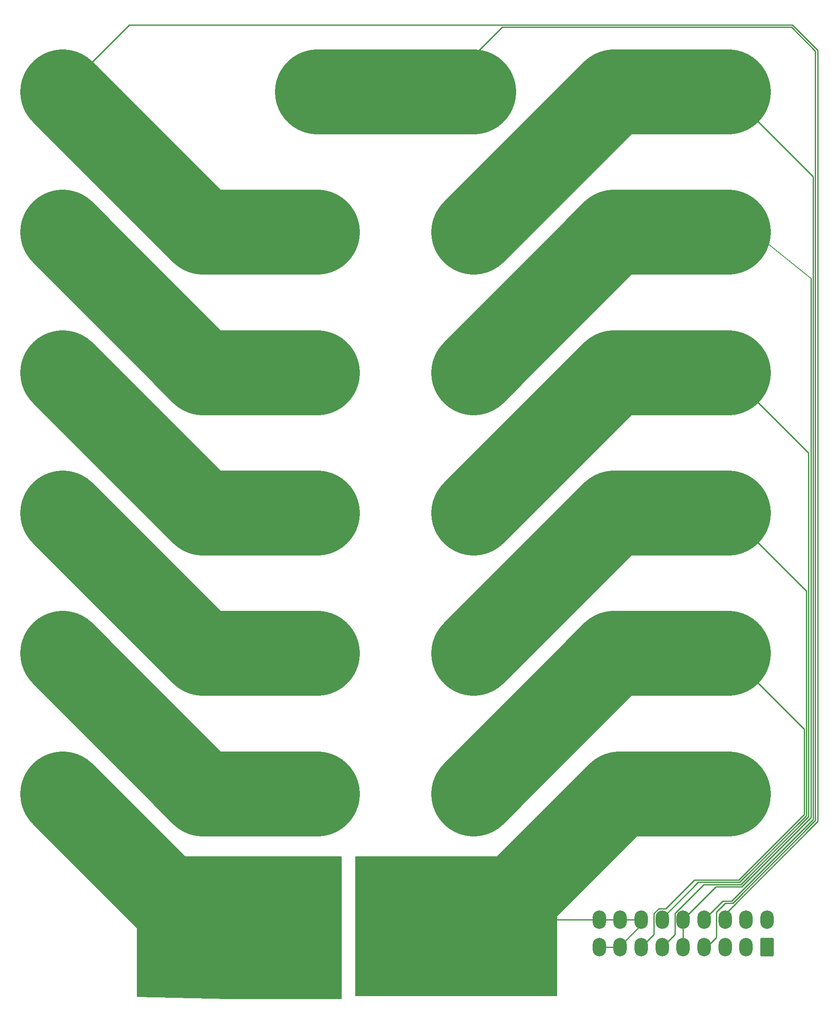
<source format=gtl>
G04 #@! TF.GenerationSoftware,KiCad,Pcbnew,8.0.5*
G04 #@! TF.CreationDate,2025-12-20T20:43:01-08:00*
G04 #@! TF.ProjectId,URBAN_CELL_BOARD,55524241-4e5f-4434-954c-4c5f424f4152,rev?*
G04 #@! TF.SameCoordinates,Original*
G04 #@! TF.FileFunction,Copper,L1,Top*
G04 #@! TF.FilePolarity,Positive*
%FSLAX46Y46*%
G04 Gerber Fmt 4.6, Leading zero omitted, Abs format (unit mm)*
G04 Created by KiCad (PCBNEW 8.0.5) date 2025-12-20 20:43:01*
%MOMM*%
%LPD*%
G01*
G04 APERTURE LIST*
G04 Aperture macros list*
%AMRoundRect*
0 Rectangle with rounded corners*
0 $1 Rounding radius*
0 $2 $3 $4 $5 $6 $7 $8 $9 X,Y pos of 4 corners*
0 Add a 4 corners polygon primitive as box body*
4,1,4,$2,$3,$4,$5,$6,$7,$8,$9,$2,$3,0*
0 Add four circle primitives for the rounded corners*
1,1,$1+$1,$2,$3*
1,1,$1+$1,$4,$5*
1,1,$1+$1,$6,$7*
1,1,$1+$1,$8,$9*
0 Add four rect primitives between the rounded corners*
20,1,$1+$1,$2,$3,$4,$5,0*
20,1,$1+$1,$4,$5,$6,$7,0*
20,1,$1+$1,$6,$7,$8,$9,0*
20,1,$1+$1,$8,$9,$2,$3,0*%
G04 Aperture macros list end*
G04 #@! TA.AperFunction,Conductor*
%ADD10C,0.200000*%
G04 #@! TD*
G04 #@! TA.AperFunction,ComponentPad*
%ADD11C,9.000000*%
G04 #@! TD*
G04 #@! TA.AperFunction,ComponentPad*
%ADD12C,1.950000*%
G04 #@! TD*
G04 #@! TA.AperFunction,ComponentPad*
%ADD13RoundRect,0.250001X1.099999X1.599999X-1.099999X1.599999X-1.099999X-1.599999X1.099999X-1.599999X0*%
G04 #@! TD*
G04 #@! TA.AperFunction,ComponentPad*
%ADD14O,2.700000X3.700000*%
G04 #@! TD*
G04 #@! TA.AperFunction,ComponentPad*
%ADD15C,1.200000*%
G04 #@! TD*
G04 #@! TA.AperFunction,SMDPad,CuDef*
%ADD16R,10.000000X10.000000*%
G04 #@! TD*
G04 #@! TA.AperFunction,Conductor*
%ADD17C,17.000000*%
G04 #@! TD*
G04 #@! TA.AperFunction,Conductor*
%ADD18C,0.250000*%
G04 #@! TD*
G04 #@! TA.AperFunction,Conductor*
%ADD19C,3.000000*%
G04 #@! TD*
G04 APERTURE END LIST*
D10*
G04 #@! TO.N,cell8+*
X247570000Y-137160000D02*
X228600000Y-121920000D01*
G04 #@! TD*
D11*
G04 #@! TO.P,BT6,1,+*
G04 #@! TO.N,cell6+*
X148629000Y-99751000D03*
G04 #@! TO.P,BT6,2,-*
G04 #@! TO.N,cell5+*
X97529000Y-99751000D03*
G04 #@! TD*
G04 #@! TO.P,BT7,1,+*
G04 #@! TO.N,cell7+*
X231029000Y-99751000D03*
G04 #@! TO.P,BT7,2,-*
G04 #@! TO.N,cell6+*
X179929000Y-99751000D03*
G04 #@! TD*
D12*
G04 #@! TO.P,J4,1,Pin_1*
G04 #@! TO.N,GND*
X119945000Y-267787500D03*
X119945000Y-275987500D03*
G04 #@! TD*
D11*
G04 #@! TO.P,BT5,1,+*
G04 #@! TO.N,cell5+*
X148629000Y-127885000D03*
G04 #@! TO.P,BT5,2,-*
G04 #@! TO.N,cell4+*
X97529000Y-127885000D03*
G04 #@! TD*
G04 #@! TO.P,BT9,1,+*
G04 #@! TO.N,cell9+*
X231029000Y-156019000D03*
G04 #@! TO.P,BT9,2,-*
G04 #@! TO.N,cell8+*
X179929000Y-156019000D03*
G04 #@! TD*
D12*
G04 #@! TO.P,J5,1,Pin_1*
G04 #@! TO.N,+48V*
X189675000Y-267875000D03*
X189675000Y-276075000D03*
G04 #@! TD*
D13*
G04 #@! TO.P,J1,1,Pin_1*
G04 #@! TO.N,GND*
X238760000Y-271145000D03*
D14*
G04 #@! TO.P,J1,2,Pin_2*
G04 #@! TO.N,cell2+*
X234560000Y-271145000D03*
G04 #@! TO.P,J1,3,Pin_3*
G04 #@! TO.N,cell4+*
X230360000Y-271145000D03*
G04 #@! TO.P,J1,4,Pin_4*
G04 #@! TO.N,cell6+*
X226160000Y-271145000D03*
G04 #@! TO.P,J1,5,Pin_5*
G04 #@! TO.N,cell8+*
X221960000Y-271145000D03*
G04 #@! TO.P,J1,6,Pin_6*
G04 #@! TO.N,cell9+*
X217760000Y-271145000D03*
G04 #@! TO.P,J1,7,Pin_7*
G04 #@! TO.N,cell11+*
X213560000Y-271145000D03*
G04 #@! TO.P,J1,8,Pin_8*
G04 #@! TO.N,+48V*
X209360000Y-271145000D03*
G04 #@! TO.P,J1,9,Pin_9*
X205160000Y-271145000D03*
G04 #@! TO.P,J1,10,Pin_10*
G04 #@! TO.N,cell1+*
X238760000Y-265645000D03*
G04 #@! TO.P,J1,11,Pin_11*
G04 #@! TO.N,cell3+*
X234560000Y-265645000D03*
G04 #@! TO.P,J1,12,Pin_12*
G04 #@! TO.N,cell5+*
X230360000Y-265645000D03*
G04 #@! TO.P,J1,13,Pin_13*
G04 #@! TO.N,cell7+*
X226160000Y-265645000D03*
G04 #@! TO.P,J1,14,Pin_14*
G04 #@! TO.N,cell8+*
X221960000Y-265645000D03*
G04 #@! TO.P,J1,15,Pin_15*
G04 #@! TO.N,cell10+*
X217760000Y-265645000D03*
G04 #@! TO.P,J1,16,Pin_16*
G04 #@! TO.N,+48V*
X213560000Y-265645000D03*
G04 #@! TO.P,J1,17,Pin_17*
X209360000Y-265645000D03*
G04 #@! TO.P,J1,18,Pin_18*
X205160000Y-265645000D03*
G04 #@! TD*
D11*
G04 #@! TO.P,BT3,1,+*
G04 #@! TO.N,cell3+*
X148629000Y-184153000D03*
G04 #@! TO.P,BT3,2,-*
G04 #@! TO.N,cell2+*
X97529000Y-184153000D03*
G04 #@! TD*
G04 #@! TO.P,BT10,1,+*
G04 #@! TO.N,cell10+*
X231029000Y-184153000D03*
G04 #@! TO.P,BT10,2,-*
G04 #@! TO.N,cell9+*
X179929000Y-184153000D03*
G04 #@! TD*
G04 #@! TO.P,BT4,1,+*
G04 #@! TO.N,cell4+*
X148629000Y-156019000D03*
G04 #@! TO.P,BT4,2,-*
G04 #@! TO.N,cell3+*
X97529000Y-156019000D03*
G04 #@! TD*
G04 #@! TO.P,BT11,1,+*
G04 #@! TO.N,cell11+*
X231029000Y-212287000D03*
G04 #@! TO.P,BT11,2,-*
G04 #@! TO.N,cell10+*
X179929000Y-212287000D03*
G04 #@! TD*
D15*
G04 #@! TO.P,J2,1,Pin_1*
G04 #@! TO.N,GND*
X131710000Y-268150000D03*
X131710000Y-270150000D03*
X131710000Y-272150000D03*
X131710000Y-274150000D03*
X131710000Y-276150000D03*
X133710000Y-268150000D03*
X133710000Y-276150000D03*
D16*
X135710000Y-272150000D03*
D15*
X135710001Y-268150000D03*
X135710001Y-276150000D03*
X137710000Y-268150000D03*
X137710000Y-276150000D03*
X139710000Y-268150000D03*
X139710000Y-270150000D03*
X139710000Y-272150000D03*
X139710000Y-274150000D03*
X139710000Y-276150000D03*
G04 #@! TD*
D11*
G04 #@! TO.P,BT1,1,+*
G04 #@! TO.N,cell1+*
X148629000Y-240421000D03*
G04 #@! TO.P,BT1,2,-*
G04 #@! TO.N,GND*
X97529000Y-240421000D03*
G04 #@! TD*
D15*
G04 #@! TO.P,J3,1,Pin_1*
G04 #@! TO.N,+48V*
X170720000Y-268080000D03*
X170720000Y-270080000D03*
X170720000Y-272080000D03*
X170720000Y-274080000D03*
X170720000Y-276080000D03*
X172720000Y-268080000D03*
X172720000Y-276080000D03*
D16*
X174720000Y-272080000D03*
D15*
X174720001Y-268080000D03*
X174720001Y-276080000D03*
X176720000Y-268080000D03*
X176720000Y-276080000D03*
X178720000Y-268080000D03*
X178720000Y-270080000D03*
X178720000Y-272080000D03*
X178720000Y-274080000D03*
X178720000Y-276080000D03*
G04 #@! TD*
D11*
G04 #@! TO.P,BT12,1,+*
G04 #@! TO.N,+48V*
X231029000Y-240421000D03*
G04 #@! TO.P,BT12,2,-*
G04 #@! TO.N,cell11+*
X179929000Y-240421000D03*
G04 #@! TD*
G04 #@! TO.P,BT2,1,+*
G04 #@! TO.N,cell2+*
X148629000Y-212287000D03*
G04 #@! TO.P,BT2,2,-*
G04 #@! TO.N,cell1+*
X97529000Y-212287000D03*
G04 #@! TD*
G04 #@! TO.P,BT8,1,+*
G04 #@! TO.N,cell8+*
X231029000Y-127885000D03*
G04 #@! TO.P,BT8,2,-*
G04 #@! TO.N,cell7+*
X179929000Y-127885000D03*
G04 #@! TD*
D17*
G04 #@! TO.N,cell1+*
X148629000Y-240421000D02*
X125663000Y-240421000D01*
X125663000Y-240421000D02*
X97529000Y-212287000D01*
G04 #@! TO.N,GND*
X135090000Y-272250000D02*
X142250000Y-272250000D01*
D18*
X129108000Y-272000000D02*
X132585000Y-272000000D01*
D17*
X97529000Y-240421000D02*
X129108000Y-272000000D01*
G04 #@! TO.N,cell2+*
X125663000Y-212287000D02*
X148629000Y-212287000D01*
X97529000Y-184153000D02*
X125663000Y-212287000D01*
D18*
G04 #@! TO.N,cell5+*
X230360000Y-265645000D02*
X230360000Y-264545000D01*
X230360000Y-264545000D02*
X248920000Y-245985000D01*
X243840000Y-86360000D02*
X110920000Y-86360000D01*
X248920000Y-245985000D02*
X248920000Y-91440000D01*
X110920000Y-86360000D02*
X97529000Y-99751000D01*
X248920000Y-91440000D02*
X243840000Y-86360000D01*
D17*
X97529000Y-99751000D02*
X125663000Y-127885000D01*
X148629000Y-127885000D02*
X125663000Y-127885000D01*
G04 #@! TO.N,cell4+*
X97529000Y-127885000D02*
X125663000Y-156019000D01*
X125663000Y-156019000D02*
X148629000Y-156019000D01*
D18*
G04 #@! TO.N,cell3+*
X233260000Y-265645000D02*
X234315000Y-265645000D01*
D17*
X97529000Y-156019000D02*
X125663000Y-184153000D01*
X125663000Y-184153000D02*
X148629000Y-184153000D01*
D18*
G04 #@! TO.N,cell6+*
X248470000Y-91626396D02*
X248470000Y-245798604D01*
X226695000Y-271145000D02*
X226160000Y-271145000D01*
X185661000Y-86810000D02*
X243653604Y-86810000D01*
X243653604Y-86810000D02*
X248470000Y-91626396D01*
X231894302Y-262374302D02*
X230385698Y-262374302D01*
X172720000Y-99751000D02*
X185661000Y-86810000D01*
X230385698Y-262374302D02*
X228600000Y-264160000D01*
D17*
X148629000Y-99751000D02*
X179929000Y-99751000D01*
D18*
X228600000Y-269240000D02*
X226695000Y-271145000D01*
X228600000Y-264160000D02*
X228600000Y-269240000D01*
X248470000Y-245798604D02*
X231894302Y-262374302D01*
G04 #@! TO.N,+48V*
X204915000Y-271145000D02*
X204915000Y-269845000D01*
X191795000Y-265645000D02*
X188000000Y-269440000D01*
X205160000Y-271145000D02*
X209360000Y-271145000D01*
X200715000Y-265645000D02*
X209115000Y-265645000D01*
X213560000Y-266700000D02*
X213560000Y-265645000D01*
X200715000Y-265645000D02*
X191795000Y-265645000D01*
X209360000Y-265645000D02*
X213560000Y-265645000D01*
D19*
X173397500Y-272270000D02*
X171450000Y-274217500D01*
D17*
X209159000Y-240421000D02*
X231029000Y-240421000D01*
D18*
X213315000Y-265645000D02*
X213880724Y-265645000D01*
D17*
X177580000Y-272000000D02*
X209159000Y-240421000D01*
D18*
X209115000Y-271145000D02*
X213560000Y-266700000D01*
D19*
X177310000Y-272270000D02*
X173397500Y-272270000D01*
D17*
X177830000Y-271750000D02*
X166000000Y-271750000D01*
D18*
G04 #@! TO.N,cell11+*
X216085000Y-264451192D02*
X217066192Y-263470000D01*
X233120812Y-257730000D02*
X246220000Y-244630812D01*
X213560000Y-271145000D02*
X216085000Y-268620000D01*
X246220000Y-227478000D02*
X231029000Y-212287000D01*
X217066192Y-263470000D02*
X218453808Y-263470000D01*
D17*
X208063000Y-212287000D02*
X179929000Y-240421000D01*
X231029000Y-212287000D02*
X208063000Y-212287000D01*
D18*
X224193808Y-257730000D02*
X233120812Y-257730000D01*
X216085000Y-268620000D02*
X216085000Y-264451192D01*
X218453808Y-263470000D02*
X224193808Y-257730000D01*
X246220000Y-244630812D02*
X246220000Y-227478000D01*
D17*
G04 #@! TO.N,cell7+*
X208063000Y-99751000D02*
X179929000Y-127885000D01*
D18*
X248020000Y-116742000D02*
X231029000Y-99751000D01*
D17*
X231029000Y-99751000D02*
X208063000Y-99751000D01*
D18*
X231707906Y-261924302D02*
X248020000Y-245612208D01*
X229880698Y-261924302D02*
X231707906Y-261924302D01*
X248020000Y-245612208D02*
X248020000Y-116742000D01*
X226160000Y-265645000D02*
X229880698Y-261924302D01*
G04 #@! TO.N,cell8+*
X233680000Y-259080000D02*
X228525000Y-259080000D01*
X221715000Y-264242208D02*
X221715000Y-265645000D01*
X228525000Y-259080000D02*
X221960000Y-265645000D01*
X247570000Y-245190000D02*
X247570000Y-137160000D01*
D17*
X208063000Y-127885000D02*
X179929000Y-156019000D01*
X231029000Y-127885000D02*
X208063000Y-127885000D01*
D18*
X221960000Y-265645000D02*
X221960000Y-271145000D01*
X233680000Y-259080000D02*
X247570000Y-245190000D01*
G04 #@! TO.N,cell9+*
X247120000Y-172110000D02*
X231029000Y-156019000D01*
X217760000Y-271145000D02*
X220285000Y-268620000D01*
D17*
X231029000Y-156019000D02*
X208063000Y-156019000D01*
D18*
X220285000Y-268620000D02*
X220285000Y-264451192D01*
D17*
X208063000Y-156019000D02*
X179929000Y-184153000D01*
D18*
X220285000Y-264451192D02*
X226106192Y-258630000D01*
X233493604Y-258630000D02*
X247120000Y-245003604D01*
X226106192Y-258630000D02*
X233493604Y-258630000D01*
X247120000Y-245003604D02*
X247120000Y-172110000D01*
G04 #@! TO.N,cell10+*
X217515000Y-265645000D02*
X224980000Y-258180000D01*
D17*
X208063000Y-184153000D02*
X179929000Y-212287000D01*
D18*
X246670000Y-244817208D02*
X246670000Y-199794000D01*
X233307208Y-258180000D02*
X246670000Y-244817208D01*
X246670000Y-199794000D02*
X231029000Y-184153000D01*
D17*
X231029000Y-184153000D02*
X208063000Y-184153000D01*
D18*
X224980000Y-258180000D02*
X233307208Y-258180000D01*
G04 #@! TD*
G04 #@! TA.AperFunction,Conductor*
G04 #@! TO.N,+48V*
G36*
X196612121Y-253020002D02*
G01*
X196658614Y-253073658D01*
X196670000Y-253126000D01*
X196670000Y-280909000D01*
X196649998Y-280977121D01*
X196596342Y-281023614D01*
X196544000Y-281035000D01*
X156376000Y-281035000D01*
X156307879Y-281014998D01*
X156261386Y-280961342D01*
X156250000Y-280909000D01*
X156250000Y-271911494D01*
X171719500Y-271911494D01*
X171719500Y-272248505D01*
X171757233Y-272583398D01*
X171801590Y-272777737D01*
X171832224Y-272911954D01*
X171832226Y-272911960D01*
X171832225Y-272911960D01*
X171943524Y-273230033D01*
X171943535Y-273230060D01*
X172089751Y-273533681D01*
X172089756Y-273533690D01*
X172269051Y-273819036D01*
X172479177Y-274082526D01*
X172717473Y-274320822D01*
X172980963Y-274530948D01*
X173266309Y-274710243D01*
X173266314Y-274710246D01*
X173569949Y-274856469D01*
X173569965Y-274856474D01*
X173569966Y-274856475D01*
X173888039Y-274967774D01*
X173888042Y-274967774D01*
X173888046Y-274967776D01*
X174131239Y-275023282D01*
X174216601Y-275042766D01*
X174216602Y-275042766D01*
X174216606Y-275042767D01*
X174437492Y-275067654D01*
X174551494Y-275080500D01*
X174551496Y-275080500D01*
X174888506Y-275080500D01*
X174985925Y-275069523D01*
X175223394Y-275042767D01*
X175551954Y-274967776D01*
X175870051Y-274856469D01*
X176173686Y-274710246D01*
X176459039Y-274530946D01*
X176722523Y-274320825D01*
X176960825Y-274082523D01*
X177170946Y-273819039D01*
X177350246Y-273533686D01*
X177496469Y-273230051D01*
X177607776Y-272911954D01*
X177682767Y-272583394D01*
X177720500Y-272248504D01*
X177720500Y-271911496D01*
X177682767Y-271576606D01*
X177607776Y-271248046D01*
X177496469Y-270929949D01*
X177350246Y-270626314D01*
X177350243Y-270626309D01*
X177170948Y-270340963D01*
X176960822Y-270077473D01*
X176722526Y-269839177D01*
X176459036Y-269629051D01*
X176173690Y-269449756D01*
X176173681Y-269449751D01*
X175870060Y-269303535D01*
X175870055Y-269303533D01*
X175870051Y-269303531D01*
X175870045Y-269303528D01*
X175870033Y-269303524D01*
X175551960Y-269192225D01*
X175223398Y-269117233D01*
X174888506Y-269079500D01*
X174888504Y-269079500D01*
X174551496Y-269079500D01*
X174551494Y-269079500D01*
X174216601Y-269117233D01*
X173888039Y-269192225D01*
X173569966Y-269303524D01*
X173569939Y-269303535D01*
X173266318Y-269449751D01*
X173266309Y-269449756D01*
X172980963Y-269629051D01*
X172717473Y-269839177D01*
X172479177Y-270077473D01*
X172269051Y-270340963D01*
X172089756Y-270626309D01*
X172089751Y-270626318D01*
X171943535Y-270929939D01*
X171943524Y-270929966D01*
X171832225Y-271248039D01*
X171757233Y-271576601D01*
X171719500Y-271911494D01*
X156250000Y-271911494D01*
X156250000Y-253126000D01*
X156270002Y-253057879D01*
X156323658Y-253011386D01*
X156376000Y-253000000D01*
X196544000Y-253000000D01*
X196612121Y-253020002D01*
G37*
G04 #@! TD.AperFunction*
G04 #@! TD*
G04 #@! TA.AperFunction,Conductor*
G04 #@! TO.N,GND*
G36*
X153477121Y-252985002D02*
G01*
X153523614Y-253038658D01*
X153535000Y-253091000D01*
X153535000Y-281458000D01*
X153514998Y-281526121D01*
X153461342Y-281572614D01*
X153409000Y-281584000D01*
X130945563Y-281584000D01*
X130942491Y-281583963D01*
X112622928Y-281137144D01*
X112555315Y-281115486D01*
X112510144Y-281060713D01*
X112500000Y-281011181D01*
X112500000Y-271981494D01*
X132709500Y-271981494D01*
X132709500Y-272318505D01*
X132747233Y-272653398D01*
X132791590Y-272847737D01*
X132822224Y-272981954D01*
X132822226Y-272981960D01*
X132822225Y-272981960D01*
X132933524Y-273300033D01*
X132933535Y-273300060D01*
X133079751Y-273603681D01*
X133079756Y-273603690D01*
X133259051Y-273889036D01*
X133469177Y-274152526D01*
X133707473Y-274390822D01*
X133970963Y-274600948D01*
X134256309Y-274780243D01*
X134256314Y-274780246D01*
X134559949Y-274926469D01*
X134559965Y-274926474D01*
X134559966Y-274926475D01*
X134878039Y-275037774D01*
X134878042Y-275037774D01*
X134878046Y-275037776D01*
X135121239Y-275093282D01*
X135206601Y-275112766D01*
X135206602Y-275112766D01*
X135206606Y-275112767D01*
X135427492Y-275137654D01*
X135541494Y-275150500D01*
X135541496Y-275150500D01*
X135878506Y-275150500D01*
X135975925Y-275139523D01*
X136213394Y-275112767D01*
X136541954Y-275037776D01*
X136860051Y-274926469D01*
X137163686Y-274780246D01*
X137449039Y-274600946D01*
X137712523Y-274390825D01*
X137950825Y-274152523D01*
X138160946Y-273889039D01*
X138340246Y-273603686D01*
X138486469Y-273300051D01*
X138597776Y-272981954D01*
X138672767Y-272653394D01*
X138710500Y-272318504D01*
X138710500Y-271981496D01*
X138672767Y-271646606D01*
X138597776Y-271318046D01*
X138486469Y-270999949D01*
X138340246Y-270696314D01*
X138340243Y-270696309D01*
X138160948Y-270410963D01*
X137950822Y-270147473D01*
X137712526Y-269909177D01*
X137449036Y-269699051D01*
X137163690Y-269519756D01*
X137163681Y-269519751D01*
X136860060Y-269373535D01*
X136860055Y-269373533D01*
X136860051Y-269373531D01*
X136860045Y-269373528D01*
X136860033Y-269373524D01*
X136541960Y-269262225D01*
X136213398Y-269187233D01*
X135878506Y-269149500D01*
X135878504Y-269149500D01*
X135541496Y-269149500D01*
X135541494Y-269149500D01*
X135206601Y-269187233D01*
X134878039Y-269262225D01*
X134559966Y-269373524D01*
X134559939Y-269373535D01*
X134256318Y-269519751D01*
X134256309Y-269519756D01*
X133970963Y-269699051D01*
X133707473Y-269909177D01*
X133469177Y-270147473D01*
X133259051Y-270410963D01*
X133079756Y-270696309D01*
X133079751Y-270696318D01*
X132933535Y-270999939D01*
X132933524Y-270999966D01*
X132822225Y-271318039D01*
X132747233Y-271646601D01*
X132709500Y-271981494D01*
X112500000Y-271981494D01*
X112500000Y-253091000D01*
X112520002Y-253022879D01*
X112573658Y-252976386D01*
X112626000Y-252965000D01*
X153409000Y-252965000D01*
X153477121Y-252985002D01*
G37*
G04 #@! TD.AperFunction*
G04 #@! TD*
M02*

</source>
